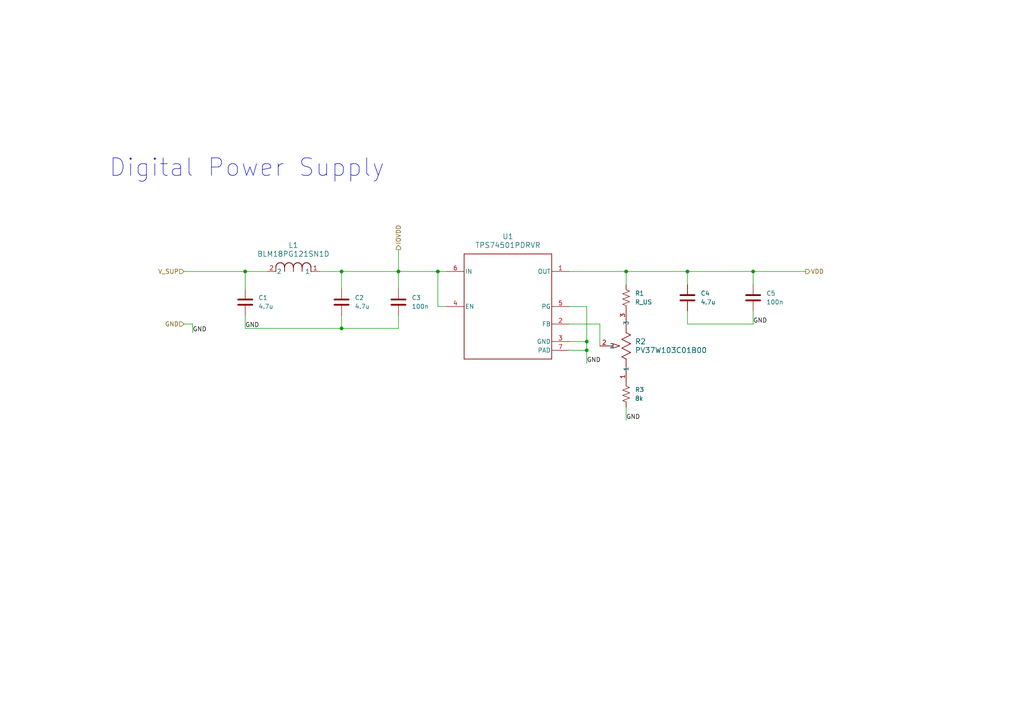
<source format=kicad_sch>
(kicad_sch (version 20231120) (generator "eeschema") (generator_version "8.0")
  (paper "A4")
  (lib_symbols
    (symbol "Device:C" (pin_numbers hide) (pin_names (offset 0.254))
      (property "Reference" "C" (at 0.635 2.54 0))
      (property "Value" "C" (at 0.635 -2.54 0))
      (symbol "C_0_1"
        (polyline (pts (xy -2.032 -0.762) (xy 2.032 -0.762)) (stroke (width 0.508)))
        (polyline (pts (xy -2.032 0.762) (xy 2.032 0.762)) (stroke (width 0.508)))
      )
      (symbol "C_1_1"
        (pin passive line (at 0 3.81 270) (length 2.794) (name "~") (number "1"))
        (pin passive line (at 0 -3.81 90) (length 2.794) (name "~") (number "2"))
      )
    )
    (symbol "Device:R_US" (pin_numbers hide) (pin_names (offset 0))
      (property "Reference" "R" (at 2.54 0 90))
      (property "Value" "R_US" (at -2.54 0 90))
      (symbol "R_US_0_1"
        (polyline (pts (xy 0 -2.286) (xy 0 -2.54)))
        (polyline (pts (xy 0 2.286) (xy 0 2.54)))
        (polyline (pts (xy 0 -0.762) (xy 1.016 -1.143) (xy 0 -1.524) (xy -1.016 -1.905) (xy 0 -2.286)))
        (polyline (pts (xy 0 0.762) (xy 1.016 0.381) (xy 0 0) (xy -1.016 -0.381) (xy 0 -0.762)))
        (polyline (pts (xy 0 2.286) (xy 1.016 1.905) (xy 0 1.524) (xy -1.016 1.143) (xy 0 0.762)))
      )
      (symbol "R_US_1_1"
        (pin passive line (at 0 3.81 270) (length 1.27) (name "~") (number "1"))
        (pin passive line (at 0 -3.81 90) (length 1.27) (name "~") (number "2"))
      )
    )
    (symbol "ferritebead:BLM18PG121SN1D" (pin_names (offset 0.254))
      (property "Reference" "L" (at 6.985 5.08 0))
      (property "Value" "BLM18PG121SN1D" (at 6.985 -2.54 0))
      (symbol "BLM18PG121SN1D_1_1"
        (polyline (pts (xy 2.54 0) (xy 2.54 1.27)) (stroke (width 0.2032)))
        (polyline (pts (xy 5.08 0) (xy 5.08 1.27)) (stroke (width 0.2032)))
        (polyline (pts (xy 7.62 0) (xy 7.62 1.27)) (stroke (width 0.2032)))
        (polyline (pts (xy 10.16 0) (xy 10.16 1.27)) (stroke (width 0.2032)))
        (polyline (pts (xy 12.7 0) (xy 12.7 1.27)) (stroke (width 0.2032)))
        (arc (start 5.08 1.27) (mid 3.81 2.5344) (end 2.54 1.27) (stroke (width 0.254)))
        (arc (start 7.62 1.27) (mid 6.35 2.5344) (end 5.08 1.27) (stroke (width 0.254)))
        (arc (start 10.16 1.27) (mid 8.89 2.5344) (end 7.62 1.27) (stroke (width 0.254)))
        (arc (start 12.7 1.27) (mid 11.43 2.5344) (end 10.16 1.27) (stroke (width 0.254)))
        (pin unspecified line (at 15.24 0 180) (length 2.54) (name "1") (number "1"))
        (pin unspecified line (at 0 0 0) (length 2.54) (name "2") (number "2"))
      )
      (symbol "BLM18PG121SN1D_1_2"
        (arc (start -1.27 5.08) (mid -2.5344 3.81) (end -1.27 2.54) (stroke (width 0.254)))
        (arc (start -1.27 7.62) (mid -2.5344 6.35) (end -1.27 5.08) (stroke (width 0.254)))
        (arc (start -1.27 10.16) (mid -2.5344 8.89) (end -1.27 7.62) (stroke (width 0.254)))
        (arc (start -1.27 12.7) (mid -2.5344 11.43) (end -1.27 10.16) (stroke (width 0.254)))
        (polyline (pts (xy 0 2.54) (xy -1.27 2.54)) (stroke (width 0.2032)))
        (polyline (pts (xy 0 5.08) (xy -1.27 5.08)) (stroke (width 0.2032)))
        (polyline (pts (xy 0 7.62) (xy -1.27 7.62)) (stroke (width 0.2032)))
        (polyline (pts (xy 0 10.16) (xy -1.27 10.16)) (stroke (width 0.2032)))
        (polyline (pts (xy 0 12.7) (xy -1.27 12.7)) (stroke (width 0.2032)))
        (pin unspecified line (at 0 15.24 270) (length 2.54) (name "1") (number "1"))
        (pin unspecified line (at 0 0 90) (length 2.54) (name "2") (number "2"))
      )
    )
    (symbol "pot10turn:PV37W103C01B00" (pin_names (offset 0.254))
      (property "Reference" "R" (at 10.795 -3.175 0))
      (property "Value" "PV37W103C01B00" (at 10.795 -6.35 0))
      (symbol "PV37W103C01B00_1_1"
        (polyline (pts (xy 2.54 0) (xy 6.35 0)) (stroke (width 0.2032)))
        (polyline (pts (xy 6.35 0) (xy 6.985 1.27)) (stroke (width 0.2032)))
        (polyline (pts (xy 6.985 1.27) (xy 8.255 -1.27)) (stroke (width 0.2032)))
        (polyline (pts (xy 8.255 -1.27) (xy 9.525 1.27)) (stroke (width 0.2032)))
        (polyline (pts (xy 9.525 1.27) (xy 10.795 -1.27)) (stroke (width 0.2032)))
        (polyline (pts (xy 9.525 3.81) (xy 10.16 1.905)) (stroke (width 0.2032)))
        (polyline (pts (xy 9.525 3.81) (xy 10.795 3.81)) (stroke (width 0.2032)))
        (polyline (pts (xy 10.16 3.81) (xy 10.16 5.08)) (stroke (width 0.2032)))
        (polyline (pts (xy 10.795 -1.27) (xy 12.065 1.27)) (stroke (width 0.2032)))
        (polyline (pts (xy 10.795 3.81) (xy 10.16 1.905)) (stroke (width 0.2032)))
        (polyline (pts (xy 12.065 1.27) (xy 13.335 -1.27)) (stroke (width 0.2032)))
        (polyline (pts (xy 13.335 -1.27) (xy 13.97 0)) (stroke (width 0.2032)))
        (polyline (pts (xy 13.97 0) (xy 17.78 0)) (stroke (width 0.2032)))
        (pin unspecified line (at 0 0 0) (length 2.54) (name "1") (number "1"))
        (pin unspecified line (at 10.16 7.62 270) (length 2.54) (name "2") (number "2"))
        (pin unspecified line (at 20.32 0 180) (length 2.54) (name "3") (number "3"))
      )
      (symbol "PV37W103C01B00_1_2"
        (polyline (pts (xy -3.81 -10.795) (xy -3.81 -9.525)) (stroke (width 0.2032)))
        (polyline (pts (xy -3.81 -10.795) (xy -1.905 -10.16)) (stroke (width 0.2032)))
        (polyline (pts (xy -3.81 -10.16) (xy -5.08 -10.16)) (stroke (width 0.2032)))
        (polyline (pts (xy -3.81 -9.525) (xy -1.905 -10.16)) (stroke (width 0.2032)))
        (polyline (pts (xy -1.27 -13.335) (xy 1.27 -12.065)) (stroke (width 0.2032)))
        (polyline (pts (xy -1.27 -10.795) (xy 1.27 -9.525)) (stroke (width 0.2032)))
        (polyline (pts (xy -1.27 -8.255) (xy 1.27 -6.985)) (stroke (width 0.2032)))
        (polyline (pts (xy 0 -17.78) (xy 0 -13.97)) (stroke (width 0.2032)))
        (polyline (pts (xy 0 -13.97) (xy -1.27 -13.335)) (stroke (width 0.2032)))
        (polyline (pts (xy 0 -6.35) (xy 0 -2.54)) (stroke (width 0.2032)))
        (polyline (pts (xy 1.27 -12.065) (xy -1.27 -10.795)) (stroke (width 0.2032)))
        (polyline (pts (xy 1.27 -9.525) (xy -1.27 -8.255)) (stroke (width 0.2032)))
        (polyline (pts (xy 1.27 -6.985) (xy 0 -6.35)) (stroke (width 0.2032)))
        (pin unspecified line (at 0 0 270) (length 2.54) (name "1") (number "1"))
        (pin unspecified line (at -7.62 -10.16 0) (length 2.54) (name "2") (number "2"))
        (pin unspecified line (at 0 -20.32 90) (length 2.54) (name "3") (number "3"))
      )
    )
    (symbol "tps745:TPS74501PDRVR" (pin_names (offset 0.254))
      (property "Reference" "U" (at 0 2.54 0))
      (property "Value" "TPS74501PDRVR" (at 0 0 0))
      (symbol "TPS74501PDRVR_0_1"
        (polyline (pts (xy -12.7 -15.24) (xy 12.7 -15.24)) (stroke (width 0.2032)))
        (polyline (pts (xy -12.7 15.24) (xy -12.7 -15.24)) (stroke (width 0.2032)))
        (polyline (pts (xy 12.7 -15.24) (xy 12.7 15.24)) (stroke (width 0.2032)))
        (polyline (pts (xy 12.7 15.24) (xy -12.7 15.24)) (stroke (width 0.2032)))
        (pin power_in line (at 17.78 10.16 180) (length 5.08) (name "OUT") (number "1"))
        (pin input line (at 17.78 -5.08 180) (length 5.08) (name "FB") (number "2"))
        (pin power_in line (at 17.78 -10.16 180) (length 5.08) (name "GND") (number "3"))
        (pin input line (at -17.78 0 0) (length 5.08) (name "EN") (number "4"))
        (pin open_collector line (at 17.78 0 180) (length 5.08) (name "PG") (number "5"))
        (pin power_in line (at -17.78 10.16 0) (length 5.08) (name "IN") (number "6"))
        (pin power_in line (at 17.78 -12.7 180) (length 5.08) (name "PAD") (number "7"))
      )
    )
  )
  (junction (at 218.44 78.74))
  (junction (at 199.39 78.74))
  (junction (at 170.18 101.6))
  (junction (at 99.06 78.74))
  (junction (at 115.57 78.74))
  (junction (at 127 78.74))
  (junction (at 170.18 99.06))
  (junction (at 99.06 95.25))
  (junction (at 181.61 78.74))
  (junction (at 71.12 78.74))
  (wire (pts (xy 165.1 88.9) (xy 170.18 88.9)))
  (wire (pts (xy 181.61 78.74) (xy 199.39 78.74)))
  (wire (pts (xy 199.39 78.74) (xy 199.39 82.55)))
  (wire (pts (xy 53.34 93.98) (xy 55.88 93.98)))
  (wire (pts (xy 165.1 78.74) (xy 181.61 78.74)))
  (wire (pts (xy 170.18 101.6) (xy 170.18 105.41)))
  (wire (pts (xy 199.39 78.74) (xy 218.44 78.74)))
  (wire (pts (xy 127 88.9) (xy 127 78.74)))
  (wire (pts (xy 165.1 101.6) (xy 170.18 101.6)))
  (wire (pts (xy 115.57 72.39) (xy 115.57 78.74)))
  (wire (pts (xy 115.57 78.74) (xy 127 78.74)))
  (wire (pts (xy 181.61 118.11) (xy 181.61 121.92)))
  (wire (pts (xy 218.44 90.17) (xy 218.44 93.98)))
  (wire (pts (xy 129.54 88.9) (xy 127 88.9)))
  (wire (pts (xy 170.18 99.06) (xy 165.1 99.06)))
  (wire (pts (xy 77.47 78.74) (xy 71.12 78.74)))
  (wire (pts (xy 53.34 78.74) (xy 71.12 78.74)))
  (wire (pts (xy 127 78.74) (xy 129.54 78.74)))
  (wire (pts (xy 218.44 78.74) (xy 218.44 82.55)))
  (wire (pts (xy 99.06 95.25) (xy 115.57 95.25)))
  (wire (pts (xy 173.99 100.33) (xy 173.99 93.98)))
  (wire (pts (xy 170.18 88.9) (xy 170.18 99.06)))
  (wire (pts (xy 55.88 93.98) (xy 55.88 96.52)))
  (wire (pts (xy 199.39 90.17) (xy 199.39 93.98)))
  (wire (pts (xy 71.12 78.74) (xy 71.12 83.82)))
  (wire (pts (xy 218.44 78.74) (xy 233.68 78.74)))
  (wire (pts (xy 115.57 91.44) (xy 115.57 95.25)))
  (wire (pts (xy 170.18 101.6) (xy 170.18 99.06)))
  (wire (pts (xy 71.12 95.25) (xy 99.06 95.25)))
  (wire (pts (xy 99.06 78.74) (xy 99.06 83.82)))
  (wire (pts (xy 71.12 91.44) (xy 71.12 95.25)))
  (wire (pts (xy 99.06 91.44) (xy 99.06 95.25)))
  (wire (pts (xy 173.99 93.98) (xy 165.1 93.98)))
  (wire (pts (xy 99.06 78.74) (xy 115.57 78.74)))
  (wire (pts (xy 199.39 93.98) (xy 218.44 93.98)))
  (wire (pts (xy 181.61 82.55) (xy 181.61 78.74)))
  (wire (pts (xy 115.57 83.82) (xy 115.57 78.74)))
  (wire (pts (xy 92.71 78.74) (xy 99.06 78.74)))
  (text "Digital Power Supply" (at 71.628 48.768 0) (effects (font (size 5.08 5.08))))
  (label "GND" (at 170.18 105.41 0))
  (label "GND" (at 71.12 95.25 0))
  (label "GND" (at 218.44 93.98 0))
  (label "GND" (at 181.61 121.92 0))
  (label "GND" (at 55.88 96.52 0))
  (hierarchical_label "IOVDD" (shape output) (at 115.57 72.39 90))
  (hierarchical_label "GND" (shape input) (at 53.34 93.98 180))
  (hierarchical_label "VDD" (shape output) (at 233.68 78.74 0))
  (hierarchical_label "V_SUP" (shape input) (at 53.34 78.74 180))
  (symbol (lib_id "Device:C") (at 115.57 87.63 0) (unit 1)
    (property "Reference" "C3" (at 119.38 86.3599 0) (effects (justify left)))
    (property "Value" "100n" (at 119.38 88.8999 0) (effects (justify left)))
    (property "Footprint" "Capacitor_SMD:C_0201_0603Metric" (effects (hide yes)))
    (property "Description" "Unpolarized capacitor" (effects (hide yes)))
  )
  (symbol (lib_id "pot10turn:PV37W103C01B00") (at 181.61 110.49 90) (unit 1)
    (property "Reference" "R2" (at 184.15 99.0599 90) (effects (font (size 1.524 1.524)) (justify right)))
    (property "Value" "PV37W103C01B00" (at 184.15 101.5999 90) (effects (font (size 1.524 1.524)) (justify right)))
    (property "Footprint" "POT_PV37W_MUR" (effects (hide yes)))
    (property "Datasheet" "PV37W103C01B00" (effects (hide yes)))
  )
  (symbol (lib_id "Device:C") (at 199.39 86.36 0) (unit 1)
    (property "Reference" "C4" (at 203.2 85.0899 0) (effects (justify left)))
    (property "Value" "4.7u" (at 203.2 87.6299 0) (effects (justify left)))
    (property "Footprint" "Capacitor_SMD:C_0201_0603Metric" (effects (hide yes)))
    (property "Description" "Unpolarized capacitor" (effects (hide yes)))
  )
  (symbol (lib_id "Device:R_US") (at 181.61 86.36 0) (unit 1)
    (property "Reference" "R1" (at 184.15 85.0899 0) (effects (justify left)))
    (property "Value" "R_US" (at 184.15 87.6299 0) (effects (justify left)))
    (property "Description" "Resistor, US symbol" (effects (hide yes)))
  )
  (symbol (lib_id "Device:C") (at 71.12 87.63 0) (unit 1)
    (property "Reference" "C1" (at 74.93 86.3599 0) (effects (justify left)))
    (property "Value" "4.7u" (at 74.93 88.8999 0) (effects (justify left)))
    (property "Footprint" "Capacitor_SMD:C_0201_0603Metric" (effects (hide yes)))
    (property "Description" "Unpolarized capacitor" (effects (hide yes)))
  )
  (symbol (lib_id "Device:R_US") (at 181.61 114.3 0) (unit 1)
    (property "Reference" "R3" (at 184.15 113.0299 0) (effects (justify left)))
    (property "Value" "8k" (at 184.15 115.5699 0) (effects (justify left)))
    (property "Description" "Resistor, US symbol" (effects (hide yes)))
  )
  (symbol (lib_id "Device:C") (at 99.06 87.63 0) (unit 1)
    (property "Reference" "C2" (at 102.87 86.3599 0) (effects (justify left)))
    (property "Value" "4.7u" (at 102.87 88.8999 0) (effects (justify left)))
    (property "Footprint" "Capacitor_SMD:C_0201_0603Metric" (effects (hide yes)))
    (property "Description" "Unpolarized capacitor" (effects (hide yes)))
  )
  (symbol (lib_id "ferritebead:BLM18PG121SN1D") (at 77.47 78.74 0) (unit 1)
    (property "Reference" "L1" (at 85.09 71.12 0) (effects (font (size 1.524 1.524))))
    (property "Value" "BLM18PG121SN1D" (at 85.09 73.66 0) (effects (font (size 1.524 1.524))))
    (property "Footprint" "IND_BLM18_0603_MUR" (effects (hide yes)))
    (property "Datasheet" "BLM18PG121SN1D" (effects (hide yes)))
  )
  (symbol (lib_id "Device:C") (at 218.44 86.36 0) (unit 1)
    (property "Reference" "C5" (at 222.25 85.0899 0) (effects (justify left)))
    (property "Value" "100n" (at 222.25 87.6299 0) (effects (justify left)))
    (property "Footprint" "Capacitor_SMD:C_0201_0603Metric" (effects (hide yes)))
    (property "Description" "Unpolarized capacitor" (effects (hide yes)))
  )
  (symbol (lib_id "tps745:TPS74501PDRVR") (at 147.32 88.9 0) (unit 1)
    (property "Reference" "U1" (at 147.32 68.58 0) (effects (font (size 1.524 1.524))))
    (property "Value" "TPS74501PDRVR" (at 147.32 71.12 0) (effects (font (size 1.524 1.524))))
    (property "Footprint" "DRV0006A" (effects (hide yes)))
    (property "Datasheet" "TPS74501PDRVR" (effects (hide yes)))
  )
)
</source>
